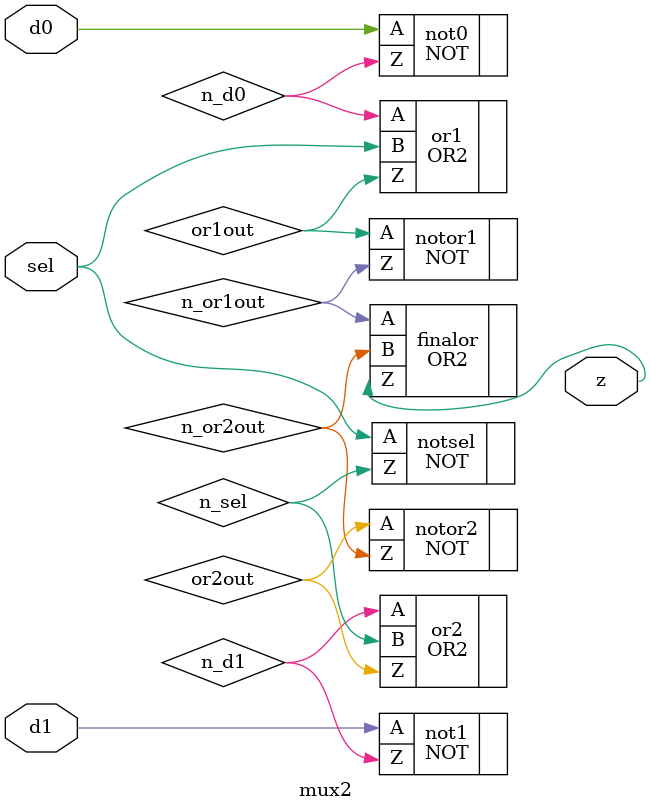
<source format=sv>
module mux2 (
    input logic d0,          // Data input 0
    input logic d1,          // Data input 1
    input logic sel,         // Select input
    output logic z           // Output
);

	logic n_sel, n_d0, n_d1, or1out, or2out, n_or1out, n_or2out;
		
	NOT not0(.Z(n_d0), .A(d0));
	NOT not1(.Z(n_d1), .A(d1));
	NOT notsel(.Z(n_sel), .A(sel));
	
	OR2 or1(.Z(or1out), .A(n_d0), .B(sel));
	OR2 or2(.Z(or2out), .A(n_d1), .B(n_sel));
	
	NOT notor1(.Z(n_or1out), .A(or1out));
	NOT notor2(.Z(n_or2out), .A(or2out));
	
	OR2 finalor(.Z(z), .A(n_or1out), .B(n_or2out));
	
endmodule

</source>
